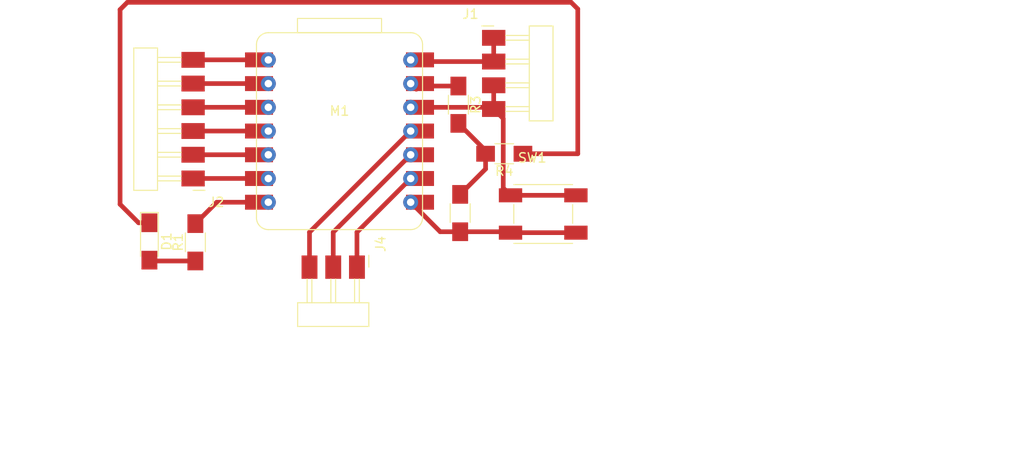
<source format=kicad_pcb>
(kicad_pcb (version 20221018) (generator pcbnew)
  (layers (0 "F.Cu" signal) (31 "B.Cu" signal) (34 "B.Paste" user) (35 "F.Paste" user) (36 "B.SilkS" user "B.Silkscreen") (37 "F.SilkS" user "F.Silkscreen") (38 "B.Mask" user) (39 "F.Mask" user) (44 "Edge.Cuts" user))
  (net 0 "")
  (net 1 "Net-(D1-A)")
  (net 2 "Net-(D1-K)")
  (net 3 "Net-(J1-Pin_1)")
  (net 4 "Net-(J1-Pin_3)")
  (net 5 "Net-(J2-Pin_1)")
  (net 6 "Net-(J2-Pin_2)")
  (net 7 "Net-(J2-Pin_3)")
  (net 8 "Net-(J2-Pin_4)")
  (net 9 "Net-(J2-Pin_5)")
  (net 10 "Net-(J2-Pin_6)")
  (net 11 "Net-(M1-D6)")
  (net 12 "Net-(J4-Pin_1)")
  (net 13 "Net-(M1-GND)")
  (net 14 "Net-(J4-Pin_2)")
  (net 15 "Net-(J4-Pin_3)")
  (net 16 "Net-(M1-D7)")
  (net 17 "Net-(R2-Pad2)")
  (footprint "fab:LED_1206" (layer "F.Cu") (at 126.97 102.12 -90)
    (fp_text reference "D1" (at 0 -1.85 90) (layer "F.SilkS"))
    (fp_text value "LED_1206")
    (fp_line (start -3.1 -0.95) (end -3.1 0.95) (stroke (width 0.12)) (layer "F.SilkS"))
    (fp_line (start -3.1 -0.95) (end 1.6 -0.95) (stroke (width 0.12)) (layer "F.SilkS"))
    (fp_line (start -3.1 0.95) (end 1.6 0.95) (stroke (width 0.12)) (layer "F.SilkS"))
    (pad "1" smd rect (at -2 0 270) (size 2 1.7) (layers "F.Cu" "F.Paste" "F.Mask") (net 2 "Net-(D1-K)"))
    (pad "2" smd rect (at 2 0 270) (size 2 1.7) (layers "F.Cu" "F.Paste" "F.Mask") (net 1 "Net-(D1-A)"))
  )
  (footprint "fab:PinHeader_1x06_P2.54mm_Horizontal_SMD" (layer "F.Cu") (at 131.6482 95.377 180)
    (fp_text reference "J2" (at -1.524 -2.54) (layer "F.SilkS") (effects (justify left)))
    (fp_text value "Conn_PinHeader_1x06_P2.54mm_Horizontal_SMD")
    (fp_line (start -1.27 -1.27) (end 0 -1.27) (stroke (width 0.12)) (layer "F.SilkS"))
    (fp_line (start 3.81 -1.27) (end 6.35 -1.27) (stroke (width 0.12)) (layer "F.SilkS"))
    (fp_line (start 3.81 -0.254) (end 1.27 -0.254) (stroke (width 0.12)) (layer "F.SilkS"))
    (fp_line (start 3.81 0.254) (end 1.27 0.254) (stroke (width 0.12)) (layer "F.SilkS"))
    (fp_line (start 3.81 2.286) (end 1.27 2.286) (stroke (width 0.12)) (layer "F.SilkS"))
    (fp_line (start 3.81 2.794) (end 1.27 2.794) (stroke (width 0.12)) (layer "F.SilkS"))
    (fp_line (start 3.81 4.826) (end 1.27 4.826) (stroke (width 0.12)) (layer "F.SilkS"))
    (fp_line (start 3.81 5.334) (end 1.27 5.334) (stroke (width 0.12)) (layer "F.SilkS"))
    (fp_line (start 3.81 7.366) (end 1.27 7.366) (stroke (width 0.12)) (layer "F.SilkS"))
    (fp_line (start 3.81 7.874) (end 1.27 7.874) (stroke (width 0.12)) (layer "F.SilkS"))
    (fp_line (start 3.81 9.906) (end 1.27 9.906) (stroke (width 0.12)) (layer "F.SilkS"))
    (fp_line (start 3.81 10.414) (end 1.27 10.414) (stroke (width 0.12)) (layer "F.SilkS"))
    (fp_line (start 3.81 12.446) (end 1.27 12.446) (stroke (width 0.12)) (layer "F.SilkS"))
    (fp_line (start 3.81 12.954) (end 1.27 12.954) (stroke (width 0.12)) (layer "F.SilkS"))
    (fp_line (start 3.81 13.97) (end 3.81 -1.27) (stroke (width 0.12)) (layer "F.SilkS"))
    (fp_line (start 6.35 -1.27) (end 6.35 13.97) (stroke (width 0.12)) (layer "F.SilkS"))
    (fp_line (start 6.35 13.97) (end 3.81 13.97) (stroke (width 0.12)) (layer "F.SilkS"))
    (pad "1" smd rect (at 0 0 180) (size 2.5 1.7) (layers "F.Cu" "F.Paste" "F.Mask") (net 5 "Net-(J2-Pin_1)"))
    (pad "2" smd rect (at 0 2.54 180) (size 2.5 1.7) (layers "F.Cu" "F.Paste" "F.Mask") (net 6 "Net-(J2-Pin_2)"))
    (pad "3" smd rect (at 0 5.08 180) (size 2.5 1.7) (layers "F.Cu" "F.Paste" "F.Mask") (net 7 "Net-(J2-Pin_3)"))
    (pad "4" smd rect (at 0 7.62 180) (size 2.5 1.7) (layers "F.Cu" "F.Paste" "F.Mask") (net 8 "Net-(J2-Pin_4)"))
    (pad "5" smd rect (at 0 10.16 180) (size 2.5 1.7) (layers "F.Cu" "F.Paste" "F.Mask") (net 9 "Net-(J2-Pin_5)"))
    (pad "6" smd rect (at 0 12.7 180) (size 2.5 1.7) (layers "F.Cu" "F.Paste" "F.Mask") (net 10 "Net-(J2-Pin_6)"))
  )
  (footprint "fab:PinHeader_1x04_P2.54mm_Horizontal_SMD" (layer "F.Cu") (at 163.83 80.32)
    (fp_text reference "J1" (at -1.524 -2.54) (layer "F.SilkS") (effects (justify right)))
    (fp_text value "Conn_PinHeader_1x04_P2.54mm_Horizontal_SMD")
    (fp_line (start -1.27 -1.27) (end 0 -1.27) (stroke (width 0.12)) (layer "F.SilkS"))
    (fp_line (start 3.81 -1.27) (end 6.35 -1.27) (stroke (width 0.12)) (layer "F.SilkS"))
    (fp_line (start 3.81 -0.254) (end 1.27 -0.254) (stroke (width 0.12)) (layer "F.SilkS"))
    (fp_line (start 3.81 0.254) (end 1.27 0.254) (stroke (width 0.12)) (layer "F.SilkS"))
    (fp_line (start 3.81 2.286) (end 1.27 2.286) (stroke (width 0.12)) (layer "F.SilkS"))
    (fp_line (start 3.81 2.794) (end 1.27 2.794) (stroke (width 0.12)) (layer "F.SilkS"))
    (fp_line (start 3.81 4.826) (end 1.27 4.826) (stroke (width 0.12)) (layer "F.SilkS"))
    (fp_line (start 3.81 5.334) (end 1.27 5.334) (stroke (width 0.12)) (layer "F.SilkS"))
    (fp_line (start 3.81 7.366) (end 1.27 7.366) (stroke (width 0.12)) (layer "F.SilkS"))
    (fp_line (start 3.81 7.874) (end 1.27 7.874) (stroke (width 0.12)) (layer "F.SilkS"))
    (fp_line (start 3.81 8.89) (end 3.81 -1.27) (stroke (width 0.12)) (layer "F.SilkS"))
    (fp_line (start 6.35 -1.27) (end 6.35 8.89) (stroke (width 0.12)) (layer "F.SilkS"))
    (fp_line (start 6.35 8.89) (end 3.81 8.89) (stroke (width 0.12)) (layer "F.SilkS"))
    (pad "1" smd rect (at 0 0) (size 2.5 1.7) (layers "F.Cu" "F.Paste" "F.Mask") (net 3 "Net-(J1-Pin_1)"))
    (pad "2" smd rect (at 0 2.54) (size 2.5 1.7) (layers "F.Cu" "F.Paste" "F.Mask") (net 3 "Net-(J1-Pin_1)"))
    (pad "3" smd rect (at 0 5.08) (size 2.5 1.7) (layers "F.Cu" "F.Paste" "F.Mask") (net 4 "Net-(J1-Pin_3)"))
    (pad "4" smd rect (at 0 7.62) (size 2.5 1.7) (layers "F.Cu" "F.Paste" "F.Mask") (net 4 "Net-(J1-Pin_3)"))
  )
  (footprint "fab:R_1206" (layer "F.Cu") (at 160.24 99.08 90)
    (fp_text reference "R2" hide)
    (fp_text value "R_1206")
    (fp_line (start -1 -1.07) (end 1 -1.07) (stroke (width 0.12)) (layer "F.SilkS"))
    (fp_line (start 1 1.07) (end -1 1.07) (stroke (width 0.12)) (layer "F.SilkS"))
    (pad "1" smd rect (at -2 0 90) (size 2 1.7) (layers "F.Cu" "F.Paste" "F.Mask") (net 16 "Net-(M1-D7)"))
    (pad "2" smd rect (at 2 0 90) (size 2 1.7) (layers "F.Cu" "F.Paste" "F.Mask") (net 17 "Net-(R2-Pad2)"))
  )
  (footprint "fab:SeedStudio_XIAO" (layer "F.Cu") (at 147.32 90.3)
    (fp_text reference "M1" (at 0.0025 -2.149 unlocked) (layer "F.SilkS"))
    (fp_text value "Module_XIAO-ESP32C3")
    (fp_line (start -8.8875 9.281) (end -8.8875 -9.261) (stroke (width 0.12)) (layer "F.SilkS"))
    (fp_line (start -7.6175 -10.531) (end 7.6225 -10.531) (stroke (width 0.12)) (layer "F.SilkS"))
    (fp_line (start 7.6225 10.551) (end -7.6175 10.551) (stroke (width 0.12)) (layer "F.SilkS"))
    (fp_line (start 8.8925 -9.261) (end 8.8925 9.281) (stroke (width 0.12)) (layer "F.SilkS"))
    (fp_rect (start -4.4975 -10.531) (end 4.5025 -12.055) (stroke (width 0.12)) (fill none) (layer "F.SilkS"))
    (fp_arc (start -8.8875 -9.261) (mid -8.515526 -10.159026) (end -7.6175 -10.531) (stroke (width 0.12)) (layer "F.SilkS"))
    (fp_arc (start -7.6175 10.551) (mid -8.515526 10.179026) (end -8.8875 9.281) (stroke (width 0.12)) (layer "F.SilkS"))
    (fp_arc (start 7.6225 -10.531) (mid 8.520526 -10.159026) (end 8.8925 -9.261) (stroke (width 0.12)) (layer "F.SilkS"))
    (fp_arc (start 8.8925 9.281) (mid 8.520526 10.179026) (end 7.6225 10.551) (stroke (width 0.12)) (layer "F.SilkS"))
    (pad "1" thru_hole circle (at -7.615 -7.62) (size 1.6 1.6) (drill 0.8) (layers "*.Cu" "*.Mask") (net 10 "Net-(J2-Pin_6)"))
    (pad "1" smd rect (at -7.615 -7.62) (size 3 1.6) (drill (offset -1 0)) (layers "F.Cu" "F.Paste" "F.Mask") (net 10 "Net-(J2-Pin_6)"))
    (pad "2" thru_hole circle (at -7.615 -5.08) (size 1.6 1.6) (drill 0.8) (layers "*.Cu" "*.Mask") (net 9 "Net-(J2-Pin_5)"))
    (pad "2" smd rect (at -7.615 -5.08) (size 3 1.6) (drill (offset -1 0)) (layers "F.Cu" "F.Paste" "F.Mask") (net 9 "Net-(J2-Pin_5)"))
    (pad "3" thru_hole circle (at -7.615 -2.54) (size 1.6 1.6) (drill 0.8) (layers "*.Cu" "*.Mask") (net 8 "Net-(J2-Pin_4)"))
    (pad "3" smd rect (at -7.615 -2.54) (size 3 1.6) (drill (offset -1 0)) (layers "F.Cu" "F.Paste" "F.Mask") (net 8 "Net-(J2-Pin_4)"))
    (pad "4" thru_hole circle (at -7.615 0) (size 1.6 1.6) (drill 0.8) (layers "*.Cu" "*.Mask") (net 7 "Net-(J2-Pin_3)"))
    (pad "4" smd rect (at -7.615 0) (size 3 1.6) (drill (offset -1 0)) (layers "F.Cu" "F.Paste" "F.Mask") (net 7 "Net-(J2-Pin_3)"))
    (pad "5" thru_hole circle (at -7.615 2.54) (size 1.6 1.6) (drill 0.8) (layers "*.Cu" "*.Mask") (net 6 "Net-(J2-Pin_2)"))
    (pad "5" smd rect (at -7.615 2.54) (size 3 1.6) (drill (offset -1 0)) (layers "F.Cu" "F.Paste" "F.Mask") (net 6 "Net-(J2-Pin_2)"))
    (pad "6" thru_hole circle (at -7.615 5.08) (size 1.6 1.6) (drill 0.8) (layers "*.Cu" "*.Mask") (net 5 "Net-(J2-Pin_1)"))
    (pad "6" smd rect (at -7.615 5.08) (size 3 1.6) (drill (offset -1 0)) (layers "F.Cu" "F.Paste" "F.Mask") (net 5 "Net-(J2-Pin_1)"))
    (pad "7" thru_hole circle (at -7.615 7.62) (size 1.6 1.6) (drill 0.8) (layers "*.Cu" "*.Mask") (net 11 "Net-(M1-D6)"))
    (pad "7" smd rect (at -7.615 7.62) (size 3 1.6) (drill (offset -1 0)) (layers "F.Cu" "F.Paste" "F.Mask") (net 11 "Net-(M1-D6)"))
    (pad "8" thru_hole circle (at 7.62 7.62) (size 1.6 1.6) (drill 0.8) (layers "*.Cu" "*.Mask") (net 16 "Net-(M1-D7)"))
    (pad "8" smd rect (at 7.62 7.62) (size 3 1.6) (drill (offset 1 0)) (layers "F.Cu" "F.Paste" "F.Mask") (net 16 "Net-(M1-D7)"))
    (pad "9" thru_hole circle (at 7.62 5.08) (size 1.6 1.6) (drill 0.8) (layers "*.Cu" "*.Mask") (net 12 "Net-(J4-Pin_1)"))
    (pad "9" smd rect (at 7.62 5.08) (size 3 1.6) (drill (offset 1 0)) (layers "F.Cu" "F.Paste" "F.Mask") (net 12 "Net-(J4-Pin_1)"))
    (pad "10" thru_hole circle (at 7.62 2.54) (size 1.6 1.6) (drill 0.8) (layers "*.Cu" "*.Mask") (net 14 "Net-(J4-Pin_2)"))
    (pad "10" smd rect (at 7.62 2.54) (size 3 1.6) (drill (offset 1 0)) (layers "F.Cu" "F.Paste" "F.Mask") (net 14 "Net-(J4-Pin_2)"))
    (pad "11" thru_hole circle (at 7.62 0) (size 1.6 1.6) (drill 0.8) (layers "*.Cu" "*.Mask") (net 15 "Net-(J4-Pin_3)"))
    (pad "11" smd rect (at 7.62 0) (size 3 1.6) (drill (offset 1 0)) (layers "F.Cu" "F.Paste" "F.Mask") (net 15 "Net-(J4-Pin_3)"))
    (pad "12" thru_hole circle (at 7.62 -2.54) (size 1.6 1.6) (drill 0.8) (layers "*.Cu" "*.Mask") (net 4 "Net-(J1-Pin_3)"))
    (pad "12" smd rect (at 7.62 -2.54) (size 3 1.6) (drill (offset 1 0)) (layers "F.Cu" "F.Paste" "F.Mask") (net 4 "Net-(J1-Pin_3)"))
    (pad "13" thru_hole circle (at 7.62 -5.08) (size 1.6 1.6) (drill 0.8) (layers "*.Cu" "*.Mask") (net 13 "Net-(M1-GND)"))
    (pad "13" smd rect (at 7.62 -5.08) (size 3 1.6) (drill (offset 1 0)) (layers "F.Cu" "F.Paste" "F.Mask") (net 13 "Net-(M1-GND)"))
    (pad "14" thru_hole circle (at 7.62 -7.62) (size 1.6 1.6) (drill 0.8) (layers "*.Cu" "*.Mask") (net 3 "Net-(J1-Pin_1)"))
    (pad "14" smd rect (at 7.62 -7.62) (size 3 1.6) (drill (offset 1 0)) (layers "F.Cu" "F.Paste" "F.Mask") (net 3 "Net-(J1-Pin_1)"))
  )
  (footprint "fab:R_1206" (layer "F.Cu") (at 160.05 87.48 -90)
    (fp_text reference "R3" (at 0 -1.85 90) (layer "F.SilkS"))
    (fp_text value "R_1206")
    (fp_line (start -1 -1.07) (end 1 -1.07) (stroke (width 0.12)) (layer "F.SilkS"))
    (fp_line (start 1 1.07) (end -1 1.07) (stroke (width 0.12)) (layer "F.SilkS"))
    (pad "1" smd rect (at -2 0 270) (size 2 1.7) (layers "F.Cu" "F.Paste" "F.Mask") (net 13 "Net-(M1-GND)"))
    (pad "2" smd rect (at 2 0 270) (size 2 1.7) (layers "F.Cu" "F.Paste" "F.Mask") (net 17 "Net-(R2-Pad2)"))
  )
  (footprint "fab:Button_Omron_B3SN_6.0x6.0mm" (layer "F.Cu") (at 169.13 99.18)
    (fp_text reference "SW1" (at -1.1736 -6.0132) (layer "F.SilkS"))
    (fp_text value "Button_Omron_B3SN_6.0x6.0mm" hide)
    (fp_line (start -3.15 -3.15) (end 3.15 -3.15) (stroke (width 0.12)) (layer "F.SilkS"))
    (fp_line (start -3.15 1) (end -3.15 -1) (stroke (width 0.12)) (layer "F.SilkS"))
    (fp_line (start 3.15 -1) (end 3.15 1) (stroke (width 0.12)) (layer "F.SilkS"))
    (fp_line (start 3.15 3.15) (end -3.15 3.15) (stroke (width 0.12)) (layer "F.SilkS"))
    (pad "1" smd rect (at -3.5 -2) (size 2.5 1.5) (layers "F.Cu" "F.Paste" "F.Mask") (net 4 "Net-(J1-Pin_3)"))
    (pad "1" smd rect (at 3.5 -2) (size 2.5 1.5) (layers "F.Cu" "F.Paste" "F.Mask") (net 4 "Net-(J1-Pin_3)"))
    (pad "2" smd rect (at -3.5 2) (size 2.5 1.5) (layers "F.Cu" "F.Paste" "F.Mask") (net 16 "Net-(M1-D7)"))
    (pad "2" smd rect (at 3.5 2) (size 2.5 1.5) (layers "F.Cu" "F.Paste" "F.Mask") (net 16 "Net-(M1-D7)"))
  )
  (footprint "fab:R_1206" (layer "F.Cu") (at 131.89 102.21 90)
    (fp_text reference "R1" (at 0 -1.85 90) (layer "F.SilkS"))
    (fp_text value "R_1206")
    (fp_line (start -1 -1.07) (end 1 -1.07) (stroke (width 0.12)) (layer "F.SilkS"))
    (fp_line (start 1 1.07) (end -1 1.07) (stroke (width 0.12)) (layer "F.SilkS"))
    (pad "1" smd rect (at -2 0 90) (size 2 1.7) (layers "F.Cu" "F.Paste" "F.Mask") (net 1 "Net-(D1-A)"))
    (pad "2" smd rect (at 2 0 90) (size 2 1.7) (layers "F.Cu" "F.Paste" "F.Mask") (net 11 "Net-(M1-D6)"))
  )
  (footprint "fab:PinHeader_1x03_P2.54mm_Horizontal_SMD" (layer "F.Cu") (at 149.19 104.87 -90)
    (fp_text reference "J4" (at -1.524 -2.54 90) (layer "F.SilkS") (effects (justify left)))
    (fp_text value "Conn_PinHeader_1x03_P2.54mm_Horizontal_SMD")
    (fp_line (start -1.27 -1.27) (end 0 -1.27) (stroke (width 0.12)) (layer "F.SilkS"))
    (fp_line (start 3.81 -1.27) (end 6.35 -1.27) (stroke (width 0.12)) (layer "F.SilkS"))
    (fp_line (start 3.81 -0.254) (end 1.27 -0.254) (stroke (width 0.12)) (layer "F.SilkS"))
    (fp_line (start 3.81 0.254) (end 1.27 0.254) (stroke (width 0.12)) (layer "F.SilkS"))
    (fp_line (start 3.81 2.286) (end 1.27 2.286) (stroke (width 0.12)) (layer "F.SilkS"))
    (fp_line (start 3.81 2.794) (end 1.27 2.794) (stroke (width 0.12)) (layer "F.SilkS"))
    (fp_line (start 3.81 4.826) (end 1.27 4.826) (stroke (width 0.12)) (layer "F.SilkS"))
    (fp_line (start 3.81 5.334) (end 1.27 5.334) (stroke (width 0.12)) (layer "F.SilkS"))
    (fp_line (start 3.81 6.35) (end 3.81 -1.27) (stroke (width 0.12)) (layer "F.SilkS"))
    (fp_line (start 6.35 -1.27) (end 6.35 6.35) (stroke (width 0.12)) (layer "F.SilkS"))
    (fp_line (start 6.35 6.35) (end 3.81 6.35) (stroke (width 0.12)) (layer "F.SilkS"))
    (pad "1" smd rect (at 0 0 270) (size 2.5 1.7) (layers "F.Cu" "F.Paste" "F.Mask") (net 12 "Net-(J4-Pin_1)"))
    (pad "2" smd rect (at 0 2.54 270) (size 2.5 1.7) (layers "F.Cu" "F.Paste" "F.Mask") (net 14 "Net-(J4-Pin_2)"))
    (pad "3" smd rect (at 0 5.08 270) (size 2.5 1.7) (layers "F.Cu" "F.Paste" "F.Mask") (net 15 "Net-(J4-Pin_3)"))
  )
  (footprint "fab:R_1206" (layer "F.Cu") (at 164.96 92.73 180)
    (fp_text reference "R4" (at 0 -1.85) (layer "F.SilkS"))
    (fp_text value "R_1206")
    (fp_line (start -1 -1.07) (end 1 -1.07) (stroke (width 0.12)) (layer "F.SilkS"))
    (fp_line (start 1 1.07) (end -1 1.07) (stroke (width 0.12)) (layer "F.SilkS"))
    (pad "1" smd rect (at -2 0 180) (size 2 1.7) (layers "F.Cu" "F.Paste" "F.Mask") (net 2 "Net-(D1-K)"))
    (pad "2" smd rect (at 2 0 180) (size 2 1.7) (layers "F.Cu" "F.Paste" "F.Mask") (net 17 "Net-(R2-Pad2)"))
  )
  (segment (start 127.06 104.21) (end 126.97 104.12) (width 0.5) (layer "F.Cu") (net 1))
  (segment (start 131.89 104.21) (end 127.06 104.21) (width 0.5) (layer "F.Cu") (net 1))
  (segment (start 125.81 100.12) (end 126.97 100.12) (width 0.5) (layer "F.Cu") (net 2))
  (segment (start 166.96 92.73) (end 172.83 92.73) (width 0.5) (layer "F.Cu") (net 2))
  (segment (start 123.83 98.14) (end 125.81 100.12) (width 0.5) (layer "F.Cu") (net 2))
  (segment (start 124.61 76.52) (end 123.83 77.3) (width 0.5) (layer "F.Cu") (net 2))
  (segment (start 172.12 76.52) (end 124.61 76.52) (width 0.5) (layer "F.Cu") (net 2))
  (segment (start 172.83 77.23) (end 172.12 76.52) (width 0.5) (layer "F.Cu") (net 2))
  (segment (start 172.83 92.73) (end 172.83 77.23) (width 0.5) (layer "F.Cu") (net 2))
  (segment (start 123.83 77.3) (end 123.83 98.14) (width 0.5) (layer "F.Cu") (net 2))
  (segment (start 155.12 82.86) (end 163.83 82.86) (width 0.5) (layer "F.Cu") (net 3))
  (segment (start 154.94 82.68) (end 155.12 82.86) (width 0.5) (layer "F.Cu") (net 3))
  (segment (start 155.451 82.169) (end 154.94 82.68) (width 0.5) (layer "F.Cu") (net 3))
  (segment (start 163.83 82.86) (end 163.83 80.32) (width 0.5) (layer "F.Cu") (net 3))
  (segment (start 164.85 96.4) (end 164.85 88.96) (width 0.5) (layer "F.Cu") (net 4))
  (segment (start 165.63 97.18) (end 164.85 96.4) (width 0.5) (layer "F.Cu") (net 4))
  (segment (start 163.65 87.76) (end 163.83 87.94) (width 0.5) (layer "F.Cu") (net 4))
  (segment (start 172.63 97.18) (end 165.63 97.18) (width 0.5) (layer "F.Cu") (net 4))
  (segment (start 164.85 88.96) (end 163.83 87.94) (width 0.5) (layer "F.Cu") (net 4))
  (segment (start 155.451 87.249) (end 154.94 87.76) (width 0.5) (layer "F.Cu") (net 4))
  (segment (start 154.94 87.76) (end 163.65 87.76) (width 0.5) (layer "F.Cu") (net 4))
  (segment (start 163.4774 87.76) (end 163.6522 87.9348) (width 0.5) (layer "F.Cu") (net 4))
  (segment (start 163.83 87.94) (end 163.83 85.4) (width 0.5) (layer "F.Cu") (net 4))
  (segment (start 131.6482 95.377) (end 139.702 95.377) (width 0.5) (layer "F.Cu") (net 5))
  (segment (start 139.702 95.377) (end 139.705 95.38) (width 0.5) (layer "F.Cu") (net 5))
  (segment (start 131.6482 92.837) (end 139.702 92.837) (width 0.5) (layer "F.Cu") (net 6))
  (segment (start 139.702 92.837) (end 139.705 92.84) (width 0.5) (layer "F.Cu") (net 6))
  (segment (start 131.6482 90.297) (end 139.702 90.297) (width 0.5) (layer "F.Cu") (net 7))
  (segment (start 139.702 90.297) (end 139.705 90.3) (width 0.5) (layer "F.Cu") (net 7))
  (segment (start 139.702 87.757) (end 139.705 87.76) (width 0.5) (layer "F.Cu") (net 8))
  (segment (start 131.6482 87.757) (end 139.702 87.757) (width 0.5) (layer "F.Cu") (net 8))
  (segment (start 131.6482 85.217) (end 139.702 85.217) (width 0.5) (layer "F.Cu") (net 9))
  (segment (start 139.702 85.217) (end 139.705 85.22) (width 0.5) (layer "F.Cu") (net 9))
  (segment (start 131.6482 82.677) (end 139.702 82.677) (width 0.5) (layer "F.Cu") (net 10))
  (segment (start 139.702 82.677) (end 139.705 82.68) (width 0.5) (layer "F.Cu") (net 10))
  (segment (start 134.18 97.92) (end 131.89 100.21) (width 0.5) (layer "F.Cu") (net 11))
  (segment (start 139.705 97.92) (end 134.18 97.92) (width 0.5) (layer "F.Cu") (net 11))
  (segment (start 156.6 95.38) (end 154.94 95.38) (width 0.5) (layer "F.Cu") (net 12))
  (segment (start 149.19 101.13) (end 149.19 104.87) (width 0.5) (layer "F.Cu") (net 12))
  (segment (start 154.94 95.38) (end 149.19 101.13) (width 0.5) (layer "F.Cu") (net 12))
  (segment (start 154.7652 85.3948) (end 154.94 85.22) (width 0.5) (layer "F.Cu") (net 13))
  (segment (start 154.94 85.22) (end 155.2 85.48) (width 0.5) (layer "F.Cu") (net 13))
  (segment (start 155.2 85.48) (end 160.05 85.48) (width 0.5) (layer "F.Cu") (net 13))
  (segment (start 155.5466 85.8266) (end 154.94 85.22) (width 0.5) (layer "F.Cu") (net 13))
  (segment (start 146.65 101.13) (end 146.65 104.87) (width 0.5) (layer "F.Cu") (net 14))
  (segment (start 156.6 92.84) (end 154.94 92.84) (width 0.5) (layer "F.Cu") (net 14))
  (segment (start 154.94 92.84) (end 146.65 101.13) (width 0.5) (layer "F.Cu") (net 14))
  (segment (start 154.94 90.3) (end 144.11 101.13) (width 0.5) (layer "F.Cu") (net 15))
  (segment (start 154.94 90.3) (end 156.6 90.3) (width 0.5) (layer "F.Cu") (net 15))
  (segment (start 144.11 101.13) (end 144.11 104.87) (width 0.5) (layer "F.Cu") (net 15))
  (segment (start 160.24 101.08) (end 165.53 101.08) (width 0.5) (layer "F.Cu") (net 16))
  (segment (start 158.1 101.08) (end 160.24 101.08) (width 0.5) (layer "F.Cu") (net 16))
  (segment (start 165.63 101.18) (end 172.63 101.18) (width 0.5) (layer "F.Cu") (net 16))
  (segment (start 165.53 101.08) (end 165.63 101.18) (width 0.5) (layer "F.Cu") (net 16))
  (segment (start 154.94 97.92) (end 155.8424 97.92) (width 0.5) (layer "F.Cu") (net 16))
  (segment (start 154.94 97.92) (end 158.1 101.08) (width 0.5) (layer "F.Cu") (net 16))
  (segment (start 162.96 94.36) (end 160.24 97.08) (width 0.5) (layer "F.Cu") (net 17))
  (segment (start 162.96 92.73) (end 162.96 94.36) (width 0.5) (layer "F.Cu") (net 17))
  (segment (start 162.96 92.73) (end 162.96 92.39) (width 0.5) (layer "F.Cu") (net 17))
  (segment (start 162.96 92.39) (end 160.05 89.48) (width 0.5) (layer "F.Cu") (net 17))
)
</source>
